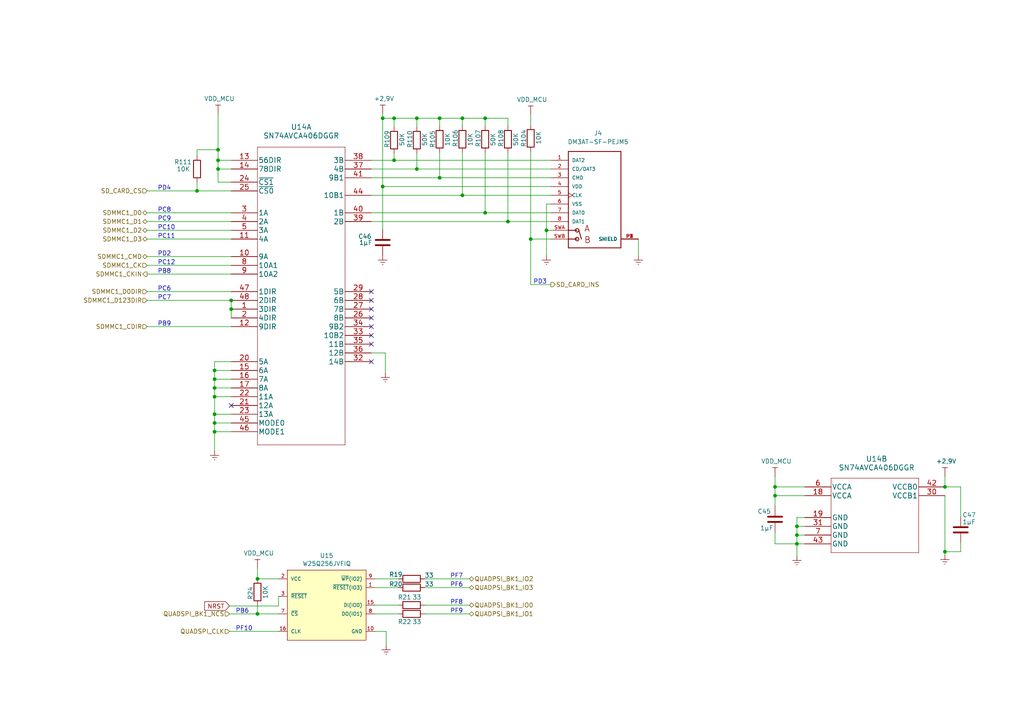
<source format=kicad_sch>
(kicad_sch (version 20211123) (generator eeschema)
  (paper "A4")
  (title_block (title "ШВУ") (date "2021-03-25") (rev "V0.3") (company "ЦВЕТМЕТНАЛАДКА") (comment 1 "Шустов В.И."))
  (lib_symbols
    (symbol "Device:C" (pin_numbers hide) (pin_names (offset 0.254))
      (property "Reference" "C" (at 0.635 2.54 0))
      (property "Value" "C" (at 0.635 -2.54 0))
      (symbol "C_0_1"
        (polyline (pts (xy -2.032 -0.762) (xy 2.032 -0.762)) (stroke (width 0.508)))
        (polyline (pts (xy -2.032 0.762) (xy 2.032 0.762)) (stroke (width 0.508)))
      )
      (symbol "C_1_1"
        (pin passive line (at 0 3.81 270) (length 2.794) (name "~") (number "1"))
        (pin passive line (at 0 -3.81 90) (length 2.794) (name "~") (number "2"))
      )
    )
    (symbol "Device:R" (pin_numbers hide) (pin_names (offset 0))
      (property "Reference" "R" (at 2.032 0 90))
      (property "Value" "R" (at 0 0 90))
      (symbol "R_0_1"
        (rectangle (start -1.016 -2.54) (end 1.016 2.54) (stroke (width 0.254)))
      )
      (symbol "R_1_1"
        (pin passive line (at 0 3.81 270) (length 1.27) (name "~") (number "1"))
        (pin passive line (at 0 -3.81 90) (length 1.27) (name "~") (number "2"))
      )
    )
    (symbol "SVIELCOM_Library:+2.9V_SD" (power) (pin_names (offset 0))
      (property "Value" "SVIELCOM_Library_+2.9V_SD" (at 0 3.556 0))
      (symbol "+2.9V_SD_0_1"
        (polyline (pts (xy -0.762 2.54) (xy 0 2.54)))
        (polyline (pts (xy 0 0) (xy 0 2.54)))
        (polyline (pts (xy 0 2.54) (xy 0.762 2.54)))
      )
      (symbol "+2.9V_SD_1_1"
        (pin power_in line (at 0 0 90) (length 0) hide (name "+2,9V") (number "1"))
      )
    )
    (symbol "SVIELCOM_Library:DM3AT-SF-PEJM5" (pin_names (offset 1.016))
      (property "Reference" "J" (at -7.62 18.3134 0))
      (property "Value" "SVIELCOM_Library_DM3AT-SF-PEJM5" (at -8.89 -12.7 0))
      (symbol "DM3AT-SF-PEJM5_0_0"
        (circle (center -5.08 -7.62) (radius 0.508) (stroke (width 0.254)))
        (circle (center -5.08 -5.08) (radius 0.508) (stroke (width 0.254)))
        (polyline (pts (xy -7.62 -10.16) (xy 7.62 -10.16)) (stroke (width 0.254)))
        (polyline (pts (xy -7.62 -7.62) (xy -5.08 -7.62)) (stroke (width 0.254)))
        (polyline (pts (xy -7.62 -5.08) (xy -5.08 -5.08)) (stroke (width 0.254)))
        (polyline (pts (xy -7.62 17.78) (xy -7.62 -10.16)) (stroke (width 0.254)))
        (polyline (pts (xy -4.572 -5.08) (xy -3.81 -7.62)) (stroke (width 0.254)))
        (polyline (pts (xy 7.62 -10.16) (xy 7.62 17.78)) (stroke (width 0.254)))
        (polyline (pts (xy 7.62 17.78) (xy -7.62 17.78)) (stroke (width 0.254)))
        (text "A" (at -3.048 -5.588 0) (effects (font (size 1.778 1.778)) (justify left bottom)))
        (text "B" (at -3.048 -8.89 0) (effects (font (size 1.778 1.778)) (justify left bottom)))
        (pin bidirectional line (at -12.7 15.24 0) (length 5.08) (name "DAT2") (number "1"))
        (pin bidirectional line (at -12.7 12.7 0) (length 5.08) (name "CD/DAT3") (number "2"))
        (pin bidirectional line (at -12.7 10.16 0) (length 5.08) (name "CMD") (number "3"))
        (pin power_in line (at -12.7 7.62 0) (length 5.08) (name "VDD") (number "4"))
        (pin bidirectional clock (at -12.7 5.08 0) (length 5.08) (name "CLK") (number "5"))
        (pin power_in line (at -12.7 2.54 0) (length 5.08) (name "VSS") (number "6"))
        (pin bidirectional line (at -12.7 0 0) (length 5.08) (name "DAT0") (number "7"))
        (pin bidirectional line (at -12.7 -2.54 0) (length 5.08) (name "DAT1") (number "8"))
        (pin passive line (at 12.7 -7.62 180) (length 5.08) (name "SHIELD") (number "P1"))
        (pin passive line (at 12.7 -7.62 180) (length 5.08) (name "SHIELD") (number "P2"))
        (pin passive line (at 12.7 -7.62 180) (length 5.08) (name "SHIELD") (number "P3"))
        (pin passive line (at 12.7 -7.62 180) (length 5.08) (name "SHIELD") (number "P4"))
        (pin passive line (at -12.7 -5.08 0) (length 5.08) (name "~") (number "SWA"))
        (pin passive line (at -12.7 -7.62 0) (length 5.08) (name "~") (number "SWB"))
      )
    )
    (symbol "SVIELCOM_Library:SN74AVCA406DGGR" (pin_names (offset 0.254))
      (property "Reference" "U" (at 20.32 12.7 0))
      (property "Value" "SVIELCOM_Library_SN74AVCA406DGGR" (at 20.32 10.16 0))
      (symbol "SN74AVCA406DGGR_1_1"
        (polyline (pts (xy 7.62 -78.74) (xy 33.02 -78.74)) (stroke (width 0.127)))
        (polyline (pts (xy 7.62 7.62) (xy 7.62 -78.74)) (stroke (width 0.127)))
        (polyline (pts (xy 33.02 -78.74) (xy 33.02 7.62)) (stroke (width 0.127)) (fill (type outline)))
        (polyline (pts (xy 33.02 7.62) (xy 7.62 7.62)) (stroke (width 0.127)))
        (pin input line (at 0 -39.37 0) (length 7.62) (name "3DIR") (number "1"))
        (pin bidirectional line (at 0 -24.13 0) (length 7.62) (name "9A") (number "10"))
        (pin bidirectional line (at 0 -19.05 0) (length 7.62) (name "4A") (number "11"))
        (pin input line (at 0 -44.45 0) (length 7.62) (name "9DIR") (number "12"))
        (pin input line (at 0 3.81 0) (length 7.62) (name "56DIR") (number "13"))
        (pin input line (at 0 1.27 0) (length 7.62) (name "78DIR") (number "14"))
        (pin input line (at 0 -57.15 0) (length 7.62) (name "6A") (number "15"))
        (pin input line (at 0 -59.69 0) (length 7.62) (name "7A") (number "16"))
        (pin input line (at 0 -62.23 0) (length 7.62) (name "8A") (number "17"))
        (pin input line (at 0 -41.91 0) (length 7.62) (name "4DIR") (number "2"))
        (pin input line (at 0 -54.61 0) (length 7.62) (name "5A") (number "20"))
        (pin input line (at 0 -67.31 0) (length 7.62) (name "12A") (number "21"))
        (pin input line (at 0 -64.77 0) (length 7.62) (name "11A") (number "22"))
        (pin input line (at 0 -69.85 0) (length 7.62) (name "13A") (number "23"))
        (pin input line (at 0 -2.54 0) (length 7.62) (name "~{CS1}") (number "24"))
        (pin input line (at 0 -5.08 0) (length 7.62) (name "~{CS0}") (number "25"))
        (pin bidirectional line (at 40.64 -41.91 180) (length 7.62) (name "8B") (number "26"))
        (pin bidirectional line (at 40.64 -39.37 180) (length 7.62) (name "7B") (number "27"))
        (pin bidirectional line (at 40.64 -36.83 180) (length 7.62) (name "6B") (number "28"))
        (pin bidirectional line (at 40.64 -34.29 180) (length 7.62) (name "5B") (number "29"))
        (pin bidirectional line (at 0 -11.43 0) (length 7.62) (name "1A") (number "3"))
        (pin bidirectional line (at 40.64 -54.61 180) (length 7.62) (name "14B") (number "32"))
        (pin bidirectional line (at 40.64 -46.99 180) (length 7.62) (name "10B2") (number "33"))
        (pin bidirectional line (at 40.64 -44.45 180) (length 7.62) (name "9B2") (number "34"))
        (pin bidirectional line (at 40.64 -49.53 180) (length 7.62) (name "11B") (number "35"))
        (pin input line (at 40.64 -52.07 180) (length 7.62) (name "12B") (number "36"))
        (pin bidirectional line (at 40.64 1.27 180) (length 7.62) (name "4B") (number "37"))
        (pin bidirectional line (at 40.64 3.81 180) (length 7.62) (name "3B") (number "38"))
        (pin bidirectional line (at 40.64 -13.97 180) (length 7.62) (name "2B") (number "39"))
        (pin bidirectional line (at 0 -13.97 0) (length 7.62) (name "2A") (number "4"))
        (pin bidirectional line (at 40.64 -11.43 180) (length 7.62) (name "1B") (number "40"))
        (pin bidirectional line (at 40.64 -1.27 180) (length 7.62) (name "9B1") (number "41"))
        (pin bidirectional line (at 40.64 -6.35 180) (length 7.62) (name "10B1") (number "44"))
        (pin input line (at 0 -72.39 0) (length 7.62) (name "MODE0") (number "45"))
        (pin input line (at 0 -74.93 0) (length 7.62) (name "MODE1") (number "46"))
        (pin input line (at 0 -34.29 0) (length 7.62) (name "1DIR") (number "47"))
        (pin input line (at 0 -36.83 0) (length 7.62) (name "2DIR") (number "48"))
        (pin bidirectional line (at 0 -16.51 0) (length 7.62) (name "3A") (number "5"))
        (pin bidirectional line (at 0 -26.67 0) (length 7.62) (name "10A1") (number "8"))
        (pin bidirectional line (at 0 -29.21 0) (length 7.62) (name "10A2") (number "9"))
      )
      (symbol "SN74AVCA406DGGR_2_1"
        (polyline (pts (xy 7.62 -16.51) (xy 33.02 -16.51)) (stroke (width 0.127)))
        (polyline (pts (xy 7.62 5.08) (xy 7.62 -16.51)) (stroke (width 0.127)))
        (polyline (pts (xy 33.02 -16.51) (xy 33.02 5.08)) (stroke (width 0.127)))
        (polyline (pts (xy 33.02 5.08) (xy 7.62 5.08)) (stroke (width 0.127)))
        (pin power_in line (at 0 0 0) (length 7.62) (name "VCCA") (number "18"))
        (pin power_in line (at 0 -6.35 0) (length 7.62) (name "GND") (number "19"))
        (pin power_in line (at 40.64 0 180) (length 7.62) (name "VCCB1") (number "30"))
        (pin power_in line (at 0 -8.89 0) (length 7.62) (name "GND") (number "31"))
        (pin power_in line (at 40.64 2.54 180) (length 7.62) (name "VCCB0") (number "42"))
        (pin power_in line (at 0 -13.97 0) (length 7.62) (name "GND") (number "43"))
        (pin power_in line (at 0 2.54 0) (length 7.62) (name "VCCA") (number "6"))
        (pin power_in line (at 0 -11.43 0) (length 7.62) (name "GND") (number "7"))
      )
    )
    (symbol "SVIELCOM_Library:VDD_MCU" (power) (pin_names (offset 0))
      (property "Value" "SVIELCOM_Library_VDD_MCU" (at 0 3.81 0))
      (symbol "VDD_MCU_0_1"
        (polyline (pts (xy -0.762 2.54) (xy 0 2.54)))
        (polyline (pts (xy 0 0) (xy 0 2.54)))
        (polyline (pts (xy 0 2.54) (xy 0.762 2.54)))
      )
      (symbol "VDD_MCU_1_1"
        (pin power_in line (at 0 0 90) (length 0) hide (name "VDD_MCU") (number "1"))
      )
    )
    (symbol "Schema_and_PCB-rescue:W25Q256JVFIQ-Memory_Flash-Схема-и-печатная-плата-rescue" (pin_names (offset 1.016))
      (property "Reference" "U" (at 0 5.08 0))
      (property "Value" "W25Q256JVFIQ-Memory_Flash-Схема-и-печатная-плата-rescue" (at 0 7.62 0))
      (symbol "W25Q256JVFIQ-Memory_Flash-Схема-и-печатная-плата-rescue_1_1"
        (rectangle (start 2.54 2.54) (end 25.4 -17.78) (fill (type background)))
        (pin bidirectional line (at 27.94 -2.54 180) (length 2.54) (name "~{RESET}(IO3)") (number "1"))
        (pin power_in line (at 27.94 -15.24 180) (length 2.54) (name "GND") (number "10"))
        (pin bidirectional line (at 27.94 -7.62 180) (length 2.54) (name "DI(IO0)") (number "15"))
        (pin input line (at 0 -15.24 0) (length 2.54) (name "CLK") (number "16"))
        (pin power_in line (at 0 0 0) (length 2.54) (name "VCC") (number "2"))
        (pin input line (at 0 -5.08 0) (length 2.54) (name "~{RESET}") (number "3"))
        (pin input line (at 0 -10.16 0) (length 2.54) (name "~{CS}") (number "7"))
        (pin bidirectional line (at 27.94 -10.16 180) (length 2.54) (name "DO(IO1)") (number "8"))
        (pin bidirectional line (at 27.94 0 180) (length 2.54) (name "~{WP}(IO2)") (number "9"))
      )
    )
    (symbol "power:GNDREF" (power) (pin_names (offset 0))
      (property "Value" "GNDREF" (at 0 -3.81 0))
      (symbol "GNDREF_0_1"
        (polyline (pts (xy -0.635 -1.905) (xy 0.635 -1.905)))
        (polyline (pts (xy -0.127 -2.54) (xy 0.127 -2.54)))
        (polyline (pts (xy 0 -1.27) (xy 0 0)))
        (polyline (pts (xy 1.27 -1.27) (xy -1.27 -1.27)))
      )
      (symbol "GNDREF_1_1"
        (pin power_in line (at 0 0 270) (length 0) hide (name "GNDREF") (number "1"))
      )
    )
  )
  (junction (at 110.998 34.29))
  (junction (at 62.23 107.442))
  (junction (at 274.066 160.02))
  (junction (at 62.23 122.682))
  (junction (at 62.23 120.142))
  (junction (at 231.14 155.194))
  (junction (at 231.14 157.734))
  (junction (at 74.676 167.894))
  (junction (at 140.716 34.29))
  (junction (at 67.056 89.662))
  (junction (at 127.508 51.562))
  (junction (at 74.676 178.054))
  (junction (at 110.998 54.102))
  (junction (at 153.924 69.342))
  (junction (at 67.056 87.122))
  (junction (at 63.246 49.022))
  (junction (at 127.508 34.29))
  (junction (at 62.23 115.062))
  (junction (at 120.904 49.022))
  (junction (at 63.246 46.482))
  (junction (at 62.23 112.522))
  (junction (at 140.716 61.722))
  (junction (at 147.32 64.262))
  (junction (at 120.904 34.29))
  (junction (at 62.23 109.982))
  (junction (at 224.79 143.764))
  (junction (at 274.066 141.224))
  (junction (at 134.112 56.642))
  (junction (at 114.3 46.482))
  (junction (at 114.3 34.29))
  (junction (at 158.496 66.802))
  (junction (at 224.79 141.224))
  (junction (at 134.112 34.29))
  (junction (at 62.23 125.222))
  (junction (at 63.246 43.434))
  (junction (at 57.15 55.372))
  (junction (at 231.14 152.654))
  (no_connect (at 107.696 89.662))
  (no_connect (at 107.696 94.742))
  (no_connect (at 107.696 104.902))
  (no_connect (at 67.056 117.602))
  (no_connect (at 107.696 92.202))
  (no_connect (at 107.696 87.122))
  (no_connect (at 107.696 97.282))
  (no_connect (at 107.696 99.822))
  (no_connect (at 107.696 84.582))
  (wire (pts (xy 107.696 56.642) (xy 134.112 56.642)))
  (wire (pts (xy 114.3 34.29) (xy 120.904 34.29)))
  (wire (pts (xy 112.014 183.134) (xy 112.014 187.198)))
  (wire (pts (xy 224.79 146.812) (xy 224.79 143.764)))
  (wire (pts (xy 63.246 46.482) (xy 63.246 49.022)))
  (wire (pts (xy 159.766 69.342) (xy 153.924 69.342)))
  (wire (pts (xy 66.548 183.134) (xy 80.772 183.134)))
  (wire (pts (xy 136.144 178.054) (xy 123.19 178.054)))
  (wire (pts (xy 224.79 141.224) (xy 224.79 138.176)))
  (wire (pts (xy 108.712 178.054) (xy 115.57 178.054)))
  (wire (pts (xy 127.508 34.29) (xy 134.112 34.29)))
  (wire (pts (xy 231.14 157.734) (xy 231.14 161.29)))
  (wire (pts (xy 159.766 51.562) (xy 127.508 51.562)))
  (wire (pts (xy 140.716 34.29) (xy 147.32 34.29)))
  (wire (pts (xy 147.32 34.29) (xy 147.32 36.576)))
  (wire (pts (xy 147.32 44.196) (xy 147.32 64.262)))
  (wire (pts (xy 62.23 109.982) (xy 62.23 112.522)))
  (wire (pts (xy 67.056 125.222) (xy 62.23 125.222)))
  (wire (pts (xy 134.112 56.642) (xy 159.766 56.642)))
  (wire (pts (xy 67.056 115.062) (xy 62.23 115.062)))
  (wire (pts (xy 185.166 74.168) (xy 185.166 69.342)))
  (wire (pts (xy 159.766 66.802) (xy 158.496 66.802)))
  (wire (pts (xy 110.998 54.102) (xy 159.766 54.102)))
  (wire (pts (xy 274.066 141.224) (xy 278.638 141.224)))
  (wire (pts (xy 62.23 107.442) (xy 62.23 109.982)))
  (wire (pts (xy 110.998 54.102) (xy 110.998 66.548)))
  (wire (pts (xy 42.672 61.722) (xy 67.056 61.722)))
  (wire (pts (xy 108.712 167.894) (xy 115.57 167.894)))
  (wire (pts (xy 42.672 74.422) (xy 67.056 74.422)))
  (wire (pts (xy 63.246 46.482) (xy 67.056 46.482)))
  (wire (pts (xy 63.246 49.022) (xy 67.056 49.022)))
  (wire (pts (xy 42.672 87.122) (xy 67.056 87.122)))
  (wire (pts (xy 107.696 46.482) (xy 114.3 46.482)))
  (wire (pts (xy 80.772 175.768) (xy 66.548 175.768)))
  (wire (pts (xy 110.998 34.29) (xy 114.3 34.29)))
  (wire (pts (xy 62.23 112.522) (xy 62.23 115.062)))
  (wire (pts (xy 153.924 69.342) (xy 153.924 43.942)))
  (wire (pts (xy 108.712 183.134) (xy 112.014 183.134)))
  (wire (pts (xy 120.904 34.29) (xy 127.508 34.29)))
  (wire (pts (xy 110.998 33.02) (xy 110.998 34.29)))
  (wire (pts (xy 74.676 164.846) (xy 74.676 167.894)))
  (wire (pts (xy 66.548 178.054) (xy 74.676 178.054)))
  (wire (pts (xy 67.056 109.982) (xy 62.23 109.982)))
  (wire (pts (xy 42.672 84.582) (xy 67.056 84.582)))
  (wire (pts (xy 42.672 94.742) (xy 67.056 94.742)))
  (wire (pts (xy 114.3 44.45) (xy 114.3 46.482)))
  (wire (pts (xy 80.772 172.974) (xy 80.772 175.768)))
  (wire (pts (xy 136.144 167.894) (xy 123.19 167.894)))
  (wire (pts (xy 63.246 52.832) (xy 63.246 49.022)))
  (wire (pts (xy 120.904 49.022) (xy 159.766 49.022)))
  (wire (pts (xy 67.056 89.662) (xy 67.056 92.202)))
  (wire (pts (xy 233.426 157.734) (xy 231.14 157.734)))
  (wire (pts (xy 74.676 167.894) (xy 80.772 167.894)))
  (wire (pts (xy 42.672 76.962) (xy 67.056 76.962)))
  (wire (pts (xy 67.056 107.442) (xy 62.23 107.442)))
  (wire (pts (xy 62.23 125.222) (xy 62.23 130.81)))
  (wire (pts (xy 120.904 36.83) (xy 120.904 34.29)))
  (wire (pts (xy 67.056 52.832) (xy 63.246 52.832)))
  (wire (pts (xy 62.23 104.902) (xy 62.23 107.442)))
  (wire (pts (xy 224.79 154.432) (xy 224.79 157.734)))
  (wire (pts (xy 231.14 152.654) (xy 231.14 150.114)))
  (wire (pts (xy 274.066 141.224) (xy 274.066 138.176)))
  (wire (pts (xy 127.508 36.576) (xy 127.508 34.29)))
  (wire (pts (xy 107.696 49.022) (xy 120.904 49.022)))
  (wire (pts (xy 224.79 157.734) (xy 231.14 157.734)))
  (wire (pts (xy 231.14 155.194) (xy 231.14 152.654)))
  (wire (pts (xy 57.15 52.832) (xy 57.15 55.372)))
  (wire (pts (xy 74.676 175.514) (xy 74.676 178.054)))
  (wire (pts (xy 108.712 175.514) (xy 115.57 175.514)))
  (wire (pts (xy 233.426 141.224) (xy 224.79 141.224)))
  (wire (pts (xy 158.496 66.802) (xy 158.496 74.168)))
  (wire (pts (xy 107.696 102.362) (xy 111.76 102.362)))
  (wire (pts (xy 42.672 66.802) (xy 67.056 66.802)))
  (wire (pts (xy 57.15 55.372) (xy 67.056 55.372)))
  (wire (pts (xy 120.904 44.45) (xy 120.904 49.022)))
  (wire (pts (xy 140.716 36.576) (xy 140.716 34.29)))
  (wire (pts (xy 63.246 43.434) (xy 63.246 46.482)))
  (wire (pts (xy 147.32 64.262) (xy 159.766 64.262)))
  (wire (pts (xy 42.672 55.372) (xy 57.15 55.372)))
  (wire (pts (xy 274.066 160.02) (xy 274.066 161.036)))
  (wire (pts (xy 114.3 36.83) (xy 114.3 34.29)))
  (wire (pts (xy 134.112 44.196) (xy 134.112 56.642)))
  (wire (pts (xy 231.14 155.194) (xy 231.14 157.734)))
  (wire (pts (xy 278.638 141.224) (xy 278.638 149.86)))
  (wire (pts (xy 136.144 170.434) (xy 123.19 170.434)))
  (wire (pts (xy 153.924 69.342) (xy 153.924 82.55)))
  (wire (pts (xy 114.3 46.482) (xy 159.766 46.482)))
  (wire (pts (xy 62.23 112.522) (xy 67.056 112.522)))
  (wire (pts (xy 74.676 178.054) (xy 80.772 178.054)))
  (wire (pts (xy 136.144 175.514) (xy 123.19 175.514)))
  (wire (pts (xy 57.15 45.212) (xy 57.15 43.434)))
  (wire (pts (xy 127.508 51.562) (xy 107.696 51.562)))
  (wire (pts (xy 57.15 43.434) (xy 63.246 43.434)))
  (wire (pts (xy 62.23 115.062) (xy 62.23 120.142)))
  (wire (pts (xy 127.508 44.196) (xy 127.508 51.562)))
  (wire (pts (xy 274.066 143.764) (xy 274.066 160.02)))
  (wire (pts (xy 231.14 150.114) (xy 233.426 150.114)))
  (wire (pts (xy 110.998 34.29) (xy 110.998 54.102)))
  (wire (pts (xy 63.246 33.02) (xy 63.246 43.434)))
  (wire (pts (xy 111.76 102.362) (xy 111.76 108.204)))
  (wire (pts (xy 153.924 36.322) (xy 153.924 33.274)))
  (wire (pts (xy 108.712 170.434) (xy 115.57 170.434)))
  (wire (pts (xy 278.638 160.02) (xy 274.066 160.02)))
  (wire (pts (xy 158.496 59.182) (xy 158.496 66.802)))
  (wire (pts (xy 62.23 120.142) (xy 62.23 122.682)))
  (wire (pts (xy 42.672 64.262) (xy 67.056 64.262)))
  (wire (pts (xy 233.426 152.654) (xy 231.14 152.654)))
  (wire (pts (xy 67.056 122.682) (xy 62.23 122.682)))
  (wire (pts (xy 224.79 143.764) (xy 233.426 143.764)))
  (wire (pts (xy 42.672 69.342) (xy 67.056 69.342)))
  (wire (pts (xy 67.056 120.142) (xy 62.23 120.142)))
  (wire (pts (xy 67.056 87.122) (xy 67.056 89.662)))
  (wire (pts (xy 224.79 141.224) (xy 224.79 143.764)))
  (wire (pts (xy 134.112 34.29) (xy 140.716 34.29)))
  (wire (pts (xy 134.112 36.576) (xy 134.112 34.29)))
  (wire (pts (xy 140.716 61.722) (xy 159.766 61.722)))
  (wire (pts (xy 278.638 157.48) (xy 278.638 160.02)))
  (wire (pts (xy 62.23 104.902) (xy 67.056 104.902)))
  (wire (pts (xy 153.924 82.55) (xy 159.766 82.55)))
  (wire (pts (xy 62.23 122.682) (xy 62.23 125.222)))
  (wire (pts (xy 159.766 59.182) (xy 158.496 59.182)))
  (wire (pts (xy 107.696 64.262) (xy 147.32 64.262)))
  (wire (pts (xy 107.696 61.722) (xy 140.716 61.722)))
  (wire (pts (xy 140.716 44.196) (xy 140.716 61.722)))
  (wire (pts (xy 233.426 155.194) (xy 231.14 155.194)))
  (wire (pts (xy 42.672 79.502) (xy 67.056 79.502)))
  (text "PF10" (at 68.326 183.134 0) (effects (font (size 1.27 1.27)) (justify left bottom)))
  (text "PD3" (at 154.686 82.55 0) (effects (font (size 1.27 1.27)) (justify left bottom)))
  (text "PC8" (at 45.72 61.722 0) (effects (font (size 1.27 1.27)) (justify left bottom)))
  (text "PB6" (at 68.326 178.054 0) (effects (font (size 1.27 1.27)) (justify left bottom)))
  (text "PC9" (at 45.72 64.262 0) (effects (font (size 1.27 1.27)) (justify left bottom)))
  (text "PF7" (at 130.556 167.894 0) (effects (font (size 1.27 1.27)) (justify left bottom)))
  (text "PF8" (at 130.556 175.514 0) (effects (font (size 1.27 1.27)) (justify left bottom)))
  (text "PF9" (at 130.556 178.054 0) (effects (font (size 1.27 1.27)) (justify left bottom)))
  (text "PD4" (at 45.72 55.372 0) (effects (font (size 1.27 1.27)) (justify left bottom)))
  (text "PC12" (at 45.72 76.962 0) (effects (font (size 1.27 1.27)) (justify left bottom)))
  (text "PF6" (at 130.556 170.434 0) (effects (font (size 1.27 1.27)) (justify left bottom)))
  (text "PD2" (at 45.72 74.422 0) (effects (font (size 1.27 1.27)) (justify left bottom)))
  (text "PB9" (at 45.72 94.742 0) (effects (font (size 1.27 1.27)) (justify left bottom)))
  (text "PC11" (at 45.72 69.342 0) (effects (font (size 1.27 1.27)) (justify left bottom)))
  (text "PB8" (at 45.72 79.502 0) (effects (font (size 1.27 1.27)) (justify left bottom)))
  (text "PC7" (at 45.72 87.122 0) (effects (font (size 1.27 1.27)) (justify left bottom)))
  (text "PC6" (at 45.72 84.582 0) (effects (font (size 1.27 1.27)) (justify left bottom)))
  (text "PC10" (at 45.72 66.802 0) (effects (font (size 1.27 1.27)) (justify left bottom)))
  (global_label "NRST" (shape input) (at 66.548 175.768 180) (property "Intersheet References" "${INTERSHEET_REFS}" (effects hide)))
  (hierarchical_label "QUADPSI_BK1_IO2" (shape bidirectional) (at 136.144 167.894 0))
  (hierarchical_label "SDMMC1_D1" (shape bidirectional) (at 42.672 64.262 180))
  (hierarchical_label "QUADPSI_BK1_IO0" (shape bidirectional) (at 136.144 175.514 0))
  (hierarchical_label "QUADSPI_BK1_NCS" (shape input) (at 66.548 178.054 180))
  (hierarchical_label "SDMMC1_D3" (shape bidirectional) (at 42.672 69.342 180))
  (hierarchical_label "SDMMC1_CK" (shape input) (at 42.672 76.962 180))
  (hierarchical_label "SDMMC1_D0DIR" (shape input) (at 42.672 84.582 180))
  (hierarchical_label "SDMMC1_D0" (shape bidirectional) (at 42.672 61.722 180))
  (hierarchical_label "SDMMC1_CDIR" (shape input) (at 42.672 94.742 180))
  (hierarchical_label "SD_CARD_CS" (shape input) (at 42.672 55.372 180))
  (hierarchical_label "SDMMC1_CMD" (shape bidirectional) (at 42.672 74.422 180))
  (hierarchical_label "QUADPSI_BK1_IO1" (shape bidirectional) (at 136.144 178.054 0))
  (hierarchical_label "QUADPSI_BK1_IO3" (shape bidirectional) (at 136.144 170.434 0))
  (hierarchical_label "SD_CARD_INS" (shape output) (at 159.766 82.55 0))
  (hierarchical_label "SDMMC1_D2" (shape bidirectional) (at 42.672 66.802 180))
  (hierarchical_label "SDMMC1_CKIN" (shape output) (at 42.672 79.502 180))
  (hierarchical_label "SDMMC1_D123DIR" (shape input) (at 42.672 87.122 180))
  (hierarchical_label "QUADSPI_CLK" (shape input) (at 66.548 183.134 180))
  (symbol (lib_id "Device:C") (at 110.998 70.358 0) (unit 1)
    (property "Reference" "C46" (at 103.886 68.58 0) (effects (justify left)))
    (property "Value" "1µF" (at 104.14 70.358 0) (effects (justify left)))
    (property "Footprint" "Capacitor_SMD:C_0603_1608Metric_Pad1.08x0.95mm_HandSolder" (effects hide))
    (property "Datasheet" "http://www.farnell.com/datasheets/2710676.pdf" (effects hide))
    (property "Type" "CL10B105KA8NNNC" (effects hide))
  )
  (symbol (lib_id "Device:C") (at 278.638 153.67 0) (unit 1)
    (property "Reference" "C47" (at 279.146 149.352 0) (effects (justify left)))
    (property "Value" "1µF" (at 279.146 151.384 0) (effects (justify left)))
    (property "Footprint" "Capacitor_SMD:C_0603_1608Metric_Pad1.08x0.95mm_HandSolder" (effects hide))
    (property "Datasheet" "http://www.farnell.com/datasheets/2710676.pdf" (effects hide))
    (property "Type" "CL10B105KA8NNNC" (effects hide))
  )
  (symbol (lib_id "Device:C") (at 224.79 150.622 0) (unit 1)
    (property "Reference" "C45" (at 219.71 148.336 0) (effects (justify left)))
    (property "Value" "1µF" (at 220.472 153.162 0) (effects (justify left)))
    (property "Footprint" "Capacitor_SMD:C_0603_1608Metric_Pad1.08x0.95mm_HandSolder" (effects hide))
    (property "Datasheet" "http://www.farnell.com/datasheets/2710676.pdf" (effects hide))
    (property "Type" "CL10B105KA8NNNC" (effects hide))
  )
  (symbol (lib_id "power:GNDREF") (at 110.998 74.168 0) (unit 1)
    (property "Reference" "#PWR058" (effects hide))
    (property "Value" "GNDREF" (effects hide))
  )
  (symbol (lib_id "power:GNDREF") (at 231.14 161.29 0) (unit 1)
    (property "Reference" "#PWR060" (effects hide))
    (property "Value" "GNDREF" (effects hide))
  )
  (symbol (lib_id "power:GNDREF") (at 185.166 74.168 0) (unit 1)
    (property "Reference" "#PWR062" (effects hide))
    (property "Value" "GNDREF" (effects hide))
  )
  (symbol (lib_id "SVIELCOM_Library:+2.9V_SD") (at 110.998 33.02 0) (unit 1)
    (property "Reference" "#PWR057" (effects hide))
    (property "Value" "+2.9V_SD" (at 111.379 28.6258 0))
  )
  (symbol (lib_id "SVIELCOM_Library:VDD_MCU") (at 224.79 138.176 0) (unit 1)
    (property "Reference" "#PWR056" (effects hide))
    (property "Value" "VDD_MCU" (at 225.171 133.7818 0))
  )
  (symbol (lib_id "SVIELCOM_Library:VDD_MCU") (at 74.676 164.846 0) (unit 1)
    (property "Reference" "#PWR063" (effects hide))
    (property "Value" "VDD_MCU" (at 75.057 160.4518 0))
  )
  (symbol (lib_id "power:GNDREF") (at 112.014 187.198 0) (unit 1)
    (property "Reference" "#PWR064" (effects hide))
    (property "Value" "GNDREF" (effects hide))
  )
  (symbol (lib_id "Device:R") (at 119.38 167.894 270) (unit 1)
    (property "Reference" "R19" (at 114.808 166.624 90))
    (property "Value" "33" (at 124.46 166.878 90))
    (property "Footprint" "Resistor_SMD:R_0805_2012Metric" (effects hide))
    (property "Type" "RC0805FR-0733RL" (effects hide))
  )
  (symbol (lib_id "Device:R") (at 119.38 170.434 270) (unit 1)
    (property "Reference" "R20" (at 114.808 169.418 90))
    (property "Value" "33" (at 124.46 169.418 90))
    (property "Footprint" "Resistor_SMD:R_0805_2012Metric" (effects hide))
    (property "Type" "RC0805FR-0733RL" (effects hide))
  )
  (symbol (lib_id "Device:R") (at 119.38 175.514 270) (unit 1)
    (property "Reference" "R21" (at 117.348 173.228 90))
    (property "Value" "33" (at 120.904 173.228 90))
    (property "Footprint" "Resistor_SMD:R_0805_2012Metric" (effects hide))
    (property "Type" "RC0805FR-0733RL" (effects hide))
  )
  (symbol (lib_id "Device:R") (at 119.38 178.054 270) (unit 1)
    (property "Reference" "R22" (at 117.348 180.34 90))
    (property "Value" "33" (at 120.904 180.34 90))
    (property "Footprint" "Resistor_SMD:R_0805_2012Metric" (effects hide))
    (property "Type" "RC0805FR-0733RL" (effects hide))
  )
  (symbol (lib_id "SVIELCOM_Library:SN74AVCA406DGGR") (at 67.056 50.292 0) (unit 1)
    (property "Reference" "U14" (at 87.376 36.83 0) (effects (font (size 1.524 1.524))))
    (property "Value" "SN74AVCA406DGGR" (at 87.376 39.37 0) (effects (font (size 1.524 1.524))))
    (property "Footprint" "SVIELCOM:SN74AVCA406DGGR" (effects hide))
    (property "Datasheet" "https://www.ti.com/lit/gpn/sn74avca406" (effects hide))
  )
  (symbol (lib_id "SVIELCOM_Library:SN74AVCA406DGGR") (at 233.426 143.764 0) (unit 2)
    (property "Reference" "U14" (at 254.254 133.096 0) (effects (font (size 1.524 1.524))))
    (property "Value" "SN74AVCA406DGGR" (at 254.254 135.636 0) (effects (font (size 1.524 1.524))))
    (property "Footprint" "SVIELCOM:SN74AVCA406DGGR" (effects hide))
    (property "Datasheet" "https://www.ti.com/lit/gpn/sn74avca406" (effects hide))
  )
  (symbol (lib_id "power:GNDREF") (at 274.066 161.036 0) (unit 1)
    (property "Reference" "#PWR0126" (effects hide))
    (property "Value" "GNDREF" (effects hide))
  )
  (symbol (lib_id "SVIELCOM_Library:+2.9V_SD") (at 274.066 138.176 0) (unit 1)
    (property "Reference" "#PWR0127" (effects hide))
    (property "Value" "+2.9V_SD" (at 274.447 133.7818 0))
  )
  (symbol (lib_id "SVIELCOM_Library:VDD_MCU") (at 63.246 33.02 0) (unit 1)
    (property "Reference" "#PWR0128" (effects hide))
    (property "Value" "VDD_MCU" (at 63.627 28.6258 0))
  )
  (symbol (lib_id "Device:R") (at 74.676 171.704 0) (mirror y) (unit 1)
    (property "Reference" "R24" (at 72.644 173.99 90) (effects (justify left)))
    (property "Value" "10K" (at 76.962 173.736 90) (effects (justify left)))
    (property "Footprint" "Resistor_SMD:R_0805_2012Metric_Pad1.20x1.40mm_HandSolder" (effects hide))
    (property "Type" "RC0805FR-0710KL" (effects hide))
  )
  (symbol (lib_id "Device:R") (at 57.15 49.022 0) (mirror y) (unit 1)
    (property "Reference" "R111" (at 55.626 46.99 0) (effects (justify left)))
    (property "Value" "10K" (at 55.118 49.022 0) (effects (justify left)))
    (property "Footprint" "Resistor_SMD:R_0805_2012Metric" (effects hide))
    (property "Type" "RC0805FR-0710KL" (effects hide))
  )
  (symbol (lib_id "Device:R") (at 114.3 40.64 0) (mirror y) (unit 1)
    (property "Reference" "R109" (at 112.268 42.926 90) (effects (justify left)))
    (property "Value" "50K" (at 116.586 42.418 90) (effects (justify left)))
    (property "Footprint" "Resistor_SMD:R_0805_2012Metric" (effects hide))
  )
  (symbol (lib_id "Device:R") (at 120.904 40.64 0) (mirror y) (unit 1)
    (property "Reference" "R110" (at 118.872 42.926 90) (effects (justify left)))
    (property "Value" "50K" (at 123.19 42.418 90) (effects (justify left)))
    (property "Footprint" "Resistor_SMD:R_0805_2012Metric" (effects hide))
  )
  (symbol (lib_id "Device:R") (at 127.508 40.386 0) (mirror y) (unit 1)
    (property "Reference" "R105" (at 125.476 42.926 90) (effects (justify left)))
    (property "Value" "10K" (at 129.794 42.418 90) (effects (justify left)))
    (property "Footprint" "Resistor_SMD:R_0805_2012Metric" (effects hide))
    (property "Type" "RC0805FR-0710KL" (effects hide))
  )
  (symbol (lib_id "Device:R") (at 134.112 40.386 0) (mirror y) (unit 1)
    (property "Reference" "R106" (at 132.08 42.672 90) (effects (justify left)))
    (property "Value" "10K" (at 136.398 42.418 90) (effects (justify left)))
    (property "Footprint" "Resistor_SMD:R_0805_2012Metric" (effects hide))
    (property "Type" "RC0805FR-0710KL" (effects hide))
  )
  (symbol (lib_id "Device:R") (at 140.716 40.386 0) (mirror y) (unit 1)
    (property "Reference" "R107" (at 138.684 42.672 90) (effects (justify left)))
    (property "Value" "50K" (at 143.002 42.418 90) (effects (justify left)))
    (property "Footprint" "Resistor_SMD:R_0805_2012Metric" (effects hide))
  )
  (symbol (lib_id "Device:R") (at 147.32 40.386 0) (mirror y) (unit 1)
    (property "Reference" "R108" (at 145.288 42.672 90) (effects (justify left)))
    (property "Value" "50K" (at 149.606 42.418 90) (effects (justify left)))
    (property "Footprint" "Resistor_SMD:R_0805_2012Metric" (effects hide))
  )
  (symbol (lib_id "SVIELCOM_Library:VDD_MCU") (at 153.924 33.274 0) (unit 1)
    (property "Reference" "#PWR0129" (effects hide))
    (property "Value" "VDD_MCU" (at 154.305 28.8798 0))
  )
  (symbol (lib_id "Device:R") (at 153.924 40.132 0) (mirror y) (unit 1)
    (property "Reference" "R104" (at 151.892 42.672 90) (effects (justify left)))
    (property "Value" "10K" (at 156.21 41.91 90) (effects (justify left)))
    (property "Footprint" "Resistor_SMD:R_0805_2012Metric" (effects hide))
    (property "Type" "RC0805FR-0710KL" (effects hide))
  )
  (symbol (lib_id "power:GNDREF") (at 62.23 130.81 0) (unit 1)
    (property "Reference" "#PWR0130" (effects hide))
    (property "Value" "GNDREF" (effects hide))
  )
  (symbol (lib_id "power:GNDREF") (at 111.76 108.204 0) (unit 1)
    (property "Reference" "#PWR0131" (effects hide))
    (property "Value" "GNDREF" (effects hide))
  )
  (symbol (lib_id "Schema_and_PCB-rescue:W25Q256JVFIQ-Memory_Flash-Схема-и-печатная-плата-rescue") (at 80.772 167.894 0) (unit 1)
    (property "Reference" "U15" (at 94.742 161.163 0))
    (property "Value" "W25Q256JVFIQ" (at 94.742 163.4744 0))
    (property "Footprint" "Package_SO:SOIC-16W_7.5x10.3mm_P1.27mm" (effects hide))
    (property "Datasheet" "http://www.winbond.com/resource-files/w25q256jv%20spi%20reve%2002102017.pdf" (effects hide))
    (property "category" "IC" (effects hide))
    (property "digikey description" "IC FLASH 256MBIT 104MHZ 16WSOIC" (effects hide))
    (property "manufacturer" "Winbond" (effects hide))
    (property "rohs" "yes" (effects hide))
    (property "temperature range high" "+85°C" (effects hide))
    (property "temperature range low" "-40°C" (effects hide))
  )
  (symbol (lib_id "SVIELCOM_Library:DM3AT-SF-PEJM5") (at 172.466 61.722 0) (unit 1)
    (property "Reference" "J4" (at 173.482 38.608 0))
    (property "Value" "DM3AT-SF-PEJM5" (at 173.482 41.148 0))
    (property "Footprint" "SVIELCOM:HRS_DM3AT-SF-PEJM5" (effects hide))
    (property "Datasheet" "https://www.terraelectronica.ru/pdf/show?pdf_file=%252Fds%252Fpdf%252FD%252FDM3AT-SF-PEJM5.pdf" (effects hide))
    (property "DESCRIPTION" "DM3 RA SMT microSD memory card push/push" (effects hide))
    (property "MP" "DM3AT-SF-PEJM5" (effects hide))
  )
  (symbol (lib_id "power:GNDREF") (at 158.496 74.168 0) (unit 1)
    (property "Reference" "#PWR059" (effects hide))
    (property "Value" "GNDREF" (effects hide))
  )
)
</source>
